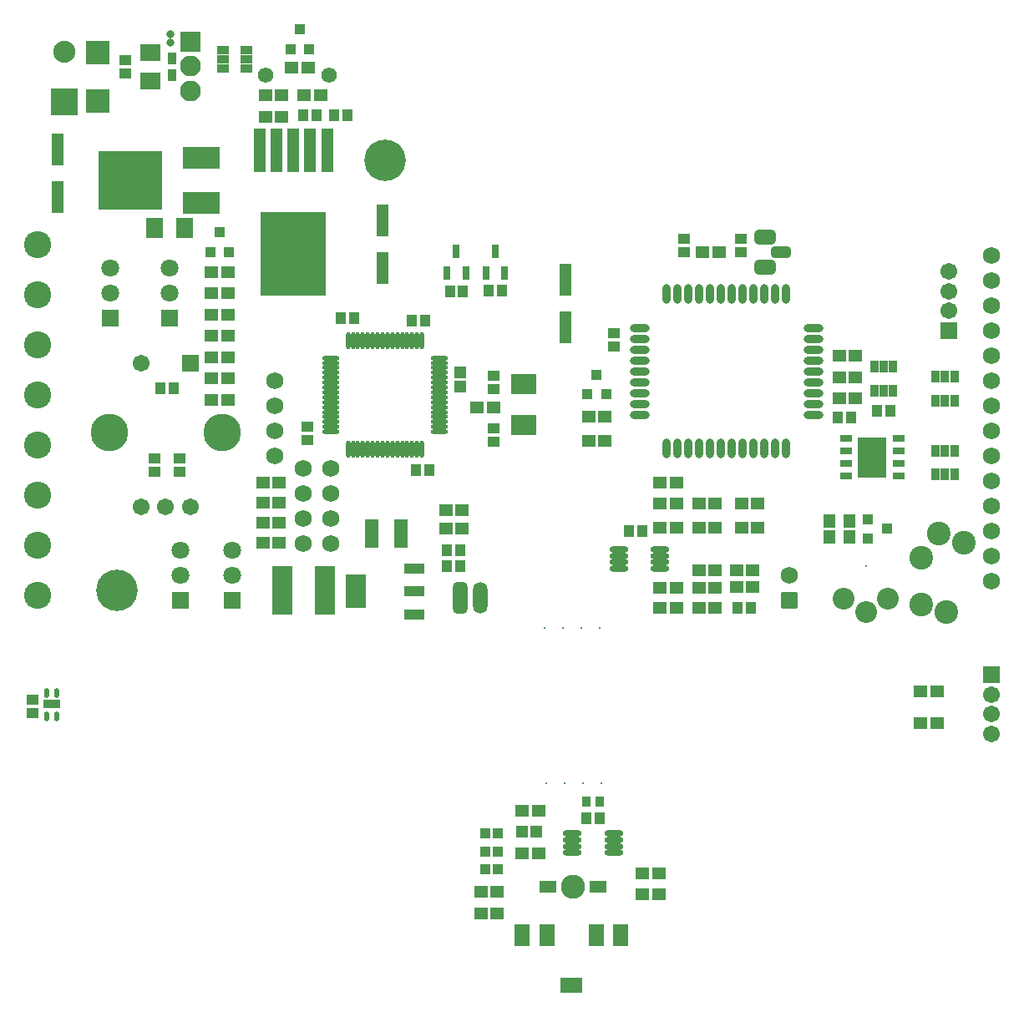
<source format=gts>
G04 Layer_Color=20142*
%FSLAX25Y25*%
%MOIN*%
G70*
G01*
G75*
%ADD79C,0.09646*%
%ADD99O,0.07887X0.03162*%
%ADD100O,0.03162X0.07887*%
%ADD101R,0.25210X0.23635*%
%ADD102R,0.14973X0.08674*%
%ADD103R,0.04540X0.04147*%
%ADD104R,0.04934X0.04540*%
%ADD105R,0.04147X0.04540*%
%ADD106R,0.04934X0.04737*%
%ADD107R,0.09698X0.09304*%
%ADD108R,0.03359X0.05131*%
%ADD109R,0.06706X0.04737*%
%ADD110R,0.05131X0.03359*%
%ADD111R,0.08280X0.19698*%
%ADD112R,0.08280X0.04343*%
%ADD113R,0.08280X0.13398*%
%ADD114R,0.03950X0.04343*%
%ADD115R,0.04343X0.03950*%
%ADD116R,0.08280X0.06902*%
%ADD117R,0.05328X0.04934*%
%ADD118R,0.05524X0.11430*%
%ADD119R,0.03556X0.04343*%
G04:AMPARAMS|DCode=120|XSize=47.37mil|YSize=78.87mil|CornerRadius=13.84mil|HoleSize=0mil|Usage=FLASHONLY|Rotation=90.000|XOffset=0mil|YOffset=0mil|HoleType=Round|Shape=RoundedRectangle|*
%AMROUNDEDRECTD120*
21,1,0.04737,0.05118,0,0,90.0*
21,1,0.01969,0.07887,0,0,90.0*
1,1,0.02769,0.02559,0.00984*
1,1,0.02769,0.02559,-0.00984*
1,1,0.02769,-0.02559,-0.00984*
1,1,0.02769,-0.02559,0.00984*
%
%ADD120ROUNDEDRECTD120*%
G04:AMPARAMS|DCode=121|XSize=59.18mil|YSize=86.74mil|CornerRadius=16.8mil|HoleSize=0mil|Usage=FLASHONLY|Rotation=90.000|XOffset=0mil|YOffset=0mil|HoleType=Round|Shape=RoundedRectangle|*
%AMROUNDEDRECTD121*
21,1,0.05918,0.05315,0,0,90.0*
21,1,0.02559,0.08674,0,0,90.0*
1,1,0.03359,0.02658,0.01280*
1,1,0.03359,0.02658,-0.01280*
1,1,0.03359,-0.02658,-0.01280*
1,1,0.03359,-0.02658,0.01280*
%
%ADD121ROUNDEDRECTD121*%
%ADD122R,0.06706X0.08280*%
%ADD123R,0.04580X0.02769*%
%ADD124R,0.11706X0.16154*%
%ADD125O,0.07493X0.02572*%
%ADD126R,0.10249X0.08280*%
%ADD127R,0.03556X0.04540*%
%ADD128R,0.04934X0.05328*%
%ADD129R,0.03162X0.05524*%
%ADD130R,0.04800X0.12500*%
%ADD131R,0.25997X0.33477*%
%ADD132R,0.04737X0.17335*%
%ADD133O,0.06902X0.01784*%
%ADD134O,0.01784X0.06902*%
%ADD135R,0.07099X0.03556*%
%ADD136O,0.02178X0.03950*%
%ADD137R,0.04147X0.04343*%
%ADD138C,0.00800*%
%ADD139C,0.16548*%
%ADD140C,0.07099*%
%ADD141R,0.07099X0.07099*%
%ADD142R,0.06706X0.06706*%
%ADD143C,0.06706*%
%ADD144C,0.10800*%
%ADD145C,0.06800*%
G04:AMPARAMS|DCode=146|XSize=126.11mil|YSize=58mil|CornerRadius=16.5mil|HoleSize=0mil|Usage=FLASHONLY|Rotation=270.000|XOffset=0mil|YOffset=0mil|HoleType=Round|Shape=RoundedRectangle|*
%AMROUNDEDRECTD146*
21,1,0.12611,0.02500,0,0,270.0*
21,1,0.09311,0.05800,0,0,270.0*
1,1,0.03300,-0.01250,-0.04656*
1,1,0.03300,-0.01250,0.04656*
1,1,0.03300,0.01250,0.04656*
1,1,0.03300,0.01250,-0.04656*
%
%ADD146ROUNDEDRECTD146*%
%ADD147O,0.05800X0.12611*%
%ADD148C,0.09461*%
%ADD149C,0.08674*%
G04:AMPARAMS|DCode=150|XSize=68mil|YSize=68mil|CornerRadius=10mil|HoleSize=0mil|Usage=FLASHONLY|Rotation=90.000|XOffset=0mil|YOffset=0mil|HoleType=Round|Shape=RoundedRectangle|*
%AMROUNDEDRECTD150*
21,1,0.06800,0.04800,0,0,90.0*
21,1,0.04800,0.06800,0,0,90.0*
1,1,0.02000,0.02400,0.02400*
1,1,0.02000,0.02400,-0.02400*
1,1,0.02000,-0.02400,-0.02400*
1,1,0.02000,-0.02400,0.02400*
%
%ADD150ROUNDEDRECTD150*%
%ADD151R,0.06312X0.09068*%
%ADD152R,0.09068X0.06312*%
%ADD153R,0.10642X0.10642*%
%ADD154C,0.08800*%
%ADD155C,0.06200*%
%ADD156R,0.08300X0.08300*%
%ADD157C,0.08300*%
%ADD158C,0.14973*%
%ADD159R,0.06706X0.06706*%
%ADD160C,0.03162*%
D79*
X1933000Y804500D02*
D03*
D99*
X1959673Y997413D02*
D03*
Y1001744D02*
D03*
Y1006075D02*
D03*
Y1010406D02*
D03*
Y1014736D02*
D03*
Y1019067D02*
D03*
Y1023398D02*
D03*
Y1027728D02*
D03*
X2028965D02*
D03*
Y1023398D02*
D03*
Y1019067D02*
D03*
Y1014736D02*
D03*
Y1010406D02*
D03*
Y1006075D02*
D03*
Y1001744D02*
D03*
Y997413D02*
D03*
Y993083D02*
D03*
X1959673D02*
D03*
D100*
X1970500Y1041311D02*
D03*
X1974831D02*
D03*
X1979161D02*
D03*
X1983492D02*
D03*
X1987823D02*
D03*
X1992154D02*
D03*
X1996484D02*
D03*
X2000815D02*
D03*
X2005146D02*
D03*
X2009476D02*
D03*
X2013807D02*
D03*
X2018138D02*
D03*
Y979500D02*
D03*
X2013807D02*
D03*
X2009476D02*
D03*
X2005146D02*
D03*
X2000815D02*
D03*
X1996484D02*
D03*
X1992154D02*
D03*
X1987823D02*
D03*
X1983492D02*
D03*
X1979161D02*
D03*
X1974831D02*
D03*
X1970500D02*
D03*
D101*
X1756476Y1086500D02*
D03*
D102*
X1784823Y1095516D02*
D03*
Y1077484D02*
D03*
D103*
X1827000Y982843D02*
D03*
Y988157D02*
D03*
X1901500Y987658D02*
D03*
Y982343D02*
D03*
Y1003343D02*
D03*
Y1008657D02*
D03*
X1766000Y975657D02*
D03*
Y970343D02*
D03*
X1754500Y1134657D02*
D03*
Y1129342D02*
D03*
X1949500Y1020343D02*
D03*
Y1025657D02*
D03*
X1977500Y1063157D02*
D03*
Y1057843D02*
D03*
X2000000Y1063157D02*
D03*
Y1057843D02*
D03*
X1776000Y975657D02*
D03*
Y970343D02*
D03*
X1717500Y873843D02*
D03*
Y879158D02*
D03*
D104*
X1888000Y1009854D02*
D03*
Y1004146D02*
D03*
D105*
X1888157Y932500D02*
D03*
X1882842D02*
D03*
X1955342Y946500D02*
D03*
X1960658D02*
D03*
X2004157Y916000D02*
D03*
X1998842D02*
D03*
X1773657Y1003500D02*
D03*
X1768343D02*
D03*
X2054342Y994500D02*
D03*
X2059657D02*
D03*
X2044157Y992000D02*
D03*
X2038843D02*
D03*
X1938342Y832000D02*
D03*
X1943657D02*
D03*
X1825343Y1112500D02*
D03*
X1830658D02*
D03*
X1843158D02*
D03*
X1837843D02*
D03*
X1840343Y1031500D02*
D03*
X1845658D02*
D03*
X1868843Y1030500D02*
D03*
X1874158D02*
D03*
X1883874Y1042307D02*
D03*
X1889189D02*
D03*
X1899343Y1042500D02*
D03*
X1904658D02*
D03*
X1888157Y939000D02*
D03*
X1882842D02*
D03*
X1875657Y971000D02*
D03*
X1870342D02*
D03*
D106*
X1918453Y826500D02*
D03*
X1912547D02*
D03*
D107*
X1743500Y1137646D02*
D03*
Y1118354D02*
D03*
D108*
X2053260Y1012224D02*
D03*
X2057000D02*
D03*
X2060740D02*
D03*
Y1002776D02*
D03*
X2057000D02*
D03*
X2053260D02*
D03*
X2077760Y1008224D02*
D03*
X2081500D02*
D03*
X2085240D02*
D03*
Y998776D02*
D03*
X2081500D02*
D03*
X2077760D02*
D03*
Y978724D02*
D03*
X2081500D02*
D03*
X2085240D02*
D03*
Y969276D02*
D03*
X2081500D02*
D03*
X2077760D02*
D03*
D109*
X1923059Y804500D02*
D03*
X1942941D02*
D03*
D110*
X1793276Y1131260D02*
D03*
Y1135000D02*
D03*
Y1138740D02*
D03*
X1802724D02*
D03*
Y1135000D02*
D03*
Y1131260D02*
D03*
D111*
X1833866Y922874D02*
D03*
X1817134D02*
D03*
D112*
X1869614Y913445D02*
D03*
Y922500D02*
D03*
Y931555D02*
D03*
D113*
X1846386Y922500D02*
D03*
D114*
X1824000Y1146937D02*
D03*
X1827740Y1139063D02*
D03*
X1820260D02*
D03*
X1942500Y1009126D02*
D03*
X1946240Y1001252D02*
D03*
X1938760D02*
D03*
X1792000Y1065937D02*
D03*
X1795740Y1058063D02*
D03*
X1788260D02*
D03*
D115*
X2058437Y947500D02*
D03*
X2050563Y943760D02*
D03*
Y951240D02*
D03*
D116*
X1764500Y1126193D02*
D03*
Y1137807D02*
D03*
D117*
X1882252Y955000D02*
D03*
X1888748D02*
D03*
X1894752Y996000D02*
D03*
X1901248D02*
D03*
X1795248Y1024500D02*
D03*
X1788752D02*
D03*
X1795248Y1007500D02*
D03*
X1788752D02*
D03*
X2000252Y957500D02*
D03*
X2006748D02*
D03*
X1815748Y950000D02*
D03*
X1809252D02*
D03*
X1795248Y1016000D02*
D03*
X1788752D02*
D03*
X1795248Y999000D02*
D03*
X1788752D02*
D03*
X1815748Y958000D02*
D03*
X1809252D02*
D03*
X1815748Y966000D02*
D03*
X1809252D02*
D03*
X1967752Y916000D02*
D03*
X1974248D02*
D03*
Y924000D02*
D03*
X1967752D02*
D03*
X1998252Y931126D02*
D03*
X2004748D02*
D03*
X1989748D02*
D03*
X1983252D02*
D03*
X1989748Y948000D02*
D03*
X1983252D02*
D03*
X2000252D02*
D03*
X2006748D02*
D03*
X1902748Y794000D02*
D03*
X1896252D02*
D03*
X1902748Y802500D02*
D03*
X1896252D02*
D03*
X1967248Y810000D02*
D03*
X1960752D02*
D03*
Y801500D02*
D03*
X1967248D02*
D03*
X1825752Y1120500D02*
D03*
X1832248D02*
D03*
X1827248Y1131500D02*
D03*
X1820752D02*
D03*
X1989748Y957500D02*
D03*
X1983252D02*
D03*
X1974248Y966000D02*
D03*
X1967752D02*
D03*
X1974248Y957500D02*
D03*
X1967752D02*
D03*
X1974248Y948000D02*
D03*
X1967752D02*
D03*
X1945748Y982689D02*
D03*
X1939252D02*
D03*
X1945748Y992189D02*
D03*
X1939252D02*
D03*
X1991248Y1058000D02*
D03*
X1984752D02*
D03*
X2039252Y1016500D02*
D03*
X2045748D02*
D03*
X1788752Y1050000D02*
D03*
X1795248D02*
D03*
X1788752Y1041500D02*
D03*
X1795248D02*
D03*
X1788752Y1033000D02*
D03*
X1795248D02*
D03*
X2039252Y999500D02*
D03*
X2045748D02*
D03*
X2039252Y1008000D02*
D03*
X2045748D02*
D03*
X1816748Y1112000D02*
D03*
X1810252D02*
D03*
X1816748Y1120500D02*
D03*
X1810252D02*
D03*
X1809252Y942000D02*
D03*
X1815748D02*
D03*
X1888748Y947500D02*
D03*
X1882252D02*
D03*
X2078248Y882500D02*
D03*
X2071752D02*
D03*
X2078248Y870000D02*
D03*
X2071752D02*
D03*
X1919248Y818000D02*
D03*
X1912752D02*
D03*
X1919248Y835000D02*
D03*
X1912752D02*
D03*
X1983252Y924000D02*
D03*
X1989748D02*
D03*
X2004748Y924167D02*
D03*
X1998252D02*
D03*
X1983252Y916000D02*
D03*
X1989748D02*
D03*
D118*
X1864209Y945500D02*
D03*
X1852791D02*
D03*
D119*
X1938244Y838500D02*
D03*
X1943756D02*
D03*
D120*
X2015909Y1057918D02*
D03*
D121*
X2009806Y1063823D02*
D03*
Y1052012D02*
D03*
D122*
X1777905Y1067500D02*
D03*
X1766095D02*
D03*
D123*
X2041969Y983500D02*
D03*
Y978500D02*
D03*
Y973500D02*
D03*
Y968500D02*
D03*
X2063032Y983500D02*
D03*
Y978500D02*
D03*
Y973500D02*
D03*
Y968500D02*
D03*
D124*
X2052500Y976000D02*
D03*
D125*
X1967768Y931661D02*
D03*
Y934221D02*
D03*
Y936779D02*
D03*
Y939339D02*
D03*
X1951232Y931661D02*
D03*
Y934221D02*
D03*
Y936779D02*
D03*
Y939339D02*
D03*
X1949268Y818161D02*
D03*
Y820720D02*
D03*
Y823279D02*
D03*
Y825839D02*
D03*
X1932732Y818161D02*
D03*
Y820720D02*
D03*
Y823279D02*
D03*
Y825839D02*
D03*
D126*
X1913500Y989055D02*
D03*
Y1005197D02*
D03*
D127*
X1773146Y1135248D02*
D03*
Y1128752D02*
D03*
D128*
X2035500Y944252D02*
D03*
Y950748D02*
D03*
X2043500D02*
D03*
Y944252D02*
D03*
D129*
X1902032Y1058331D02*
D03*
X1905772Y1049669D02*
D03*
X1898291D02*
D03*
X1886531Y1058331D02*
D03*
X1890272Y1049669D02*
D03*
X1882791D02*
D03*
D130*
X1727500Y1080026D02*
D03*
Y1098974D02*
D03*
X1857000Y1051526D02*
D03*
Y1070474D02*
D03*
X1930000Y1028026D02*
D03*
Y1046974D02*
D03*
D131*
X1821500Y1057268D02*
D03*
D132*
X1808114Y1098803D02*
D03*
X1814807D02*
D03*
X1821500D02*
D03*
X1828193D02*
D03*
X1834886D02*
D03*
D133*
X1879752Y986236D02*
D03*
Y988205D02*
D03*
Y990173D02*
D03*
Y992142D02*
D03*
Y994110D02*
D03*
Y996079D02*
D03*
Y998047D02*
D03*
Y1000016D02*
D03*
Y1001984D02*
D03*
Y1003953D02*
D03*
Y1005921D02*
D03*
Y1007890D02*
D03*
Y1009858D02*
D03*
Y1011827D02*
D03*
Y1013795D02*
D03*
Y1015764D02*
D03*
X1836248D02*
D03*
Y1013795D02*
D03*
Y1011827D02*
D03*
Y1009858D02*
D03*
Y1007890D02*
D03*
Y1005921D02*
D03*
Y1003953D02*
D03*
Y1001984D02*
D03*
Y1000016D02*
D03*
Y998047D02*
D03*
Y996079D02*
D03*
Y994110D02*
D03*
Y992142D02*
D03*
Y990173D02*
D03*
Y988205D02*
D03*
Y986236D02*
D03*
D134*
X1872764Y1022752D02*
D03*
X1870795D02*
D03*
X1868827D02*
D03*
X1866858D02*
D03*
X1864890D02*
D03*
X1862921D02*
D03*
X1860953D02*
D03*
X1858984D02*
D03*
X1857016D02*
D03*
X1855047D02*
D03*
X1853079D02*
D03*
X1851110D02*
D03*
X1849142D02*
D03*
X1847173D02*
D03*
X1845205D02*
D03*
X1843236D02*
D03*
Y979248D02*
D03*
X1845205D02*
D03*
X1847173D02*
D03*
X1849142D02*
D03*
X1851110D02*
D03*
X1853079D02*
D03*
X1855047D02*
D03*
X1857016D02*
D03*
X1858984D02*
D03*
X1860953D02*
D03*
X1862921D02*
D03*
X1864890D02*
D03*
X1866858D02*
D03*
X1868827D02*
D03*
X1870795D02*
D03*
X1872764D02*
D03*
D135*
X1725000Y877500D02*
D03*
D136*
X1723031Y881831D02*
D03*
X1726969D02*
D03*
Y872776D02*
D03*
X1723031D02*
D03*
D137*
X1903005Y811500D02*
D03*
X1897887D02*
D03*
X1897941Y818500D02*
D03*
X1903059D02*
D03*
X1903005Y826000D02*
D03*
X1897887D02*
D03*
D138*
X1928898Y907978D02*
D03*
X1936253D02*
D03*
X1921542D02*
D03*
X1943609D02*
D03*
X1936944Y846102D02*
D03*
X1929588D02*
D03*
X1944299D02*
D03*
X1922232D02*
D03*
X2050000Y932752D02*
D03*
D139*
X1858000Y1094500D02*
D03*
X1751000Y923000D02*
D03*
D140*
X1776500Y929000D02*
D03*
Y939000D02*
D03*
X1748500Y1051500D02*
D03*
Y1041500D02*
D03*
X1772000Y1051500D02*
D03*
Y1041500D02*
D03*
X1797000Y939000D02*
D03*
Y929000D02*
D03*
D141*
X1776500Y919000D02*
D03*
X1748500Y1031500D02*
D03*
X1772000D02*
D03*
X1797000Y919000D02*
D03*
D142*
X2083000Y1026689D02*
D03*
X2100000Y889311D02*
D03*
D143*
X2083000Y1034563D02*
D03*
Y1042437D02*
D03*
Y1050311D02*
D03*
X1760658Y1013559D02*
D03*
X1780342Y956472D02*
D03*
X1770500D02*
D03*
X1760658D02*
D03*
X2100000Y865689D02*
D03*
Y873563D02*
D03*
Y881437D02*
D03*
D144*
X1719500Y921000D02*
D03*
Y941000D02*
D03*
Y961000D02*
D03*
Y981000D02*
D03*
Y1001000D02*
D03*
Y1021000D02*
D03*
Y1061000D02*
D03*
Y1041000D02*
D03*
D145*
X1825500Y971500D02*
D03*
Y941500D02*
D03*
Y961500D02*
D03*
Y951500D02*
D03*
X2019500Y929000D02*
D03*
X1836500Y971500D02*
D03*
Y941500D02*
D03*
Y961500D02*
D03*
Y951500D02*
D03*
X2100000Y926791D02*
D03*
Y936791D02*
D03*
Y946791D02*
D03*
Y956791D02*
D03*
Y966791D02*
D03*
Y1056791D02*
D03*
Y1046791D02*
D03*
Y1036791D02*
D03*
Y1026791D02*
D03*
Y1016791D02*
D03*
Y1006791D02*
D03*
Y996791D02*
D03*
Y986791D02*
D03*
Y976791D02*
D03*
X1814102Y1006567D02*
D03*
Y976567D02*
D03*
Y996567D02*
D03*
Y986567D02*
D03*
D146*
X1888063Y920000D02*
D03*
D147*
X1895937D02*
D03*
D148*
X2078925Y945476D02*
D03*
X2088866Y942130D02*
D03*
X2072134Y917327D02*
D03*
X2082075Y914374D02*
D03*
X2072134Y935831D02*
D03*
D149*
X2050000Y914248D02*
D03*
X2041142Y919760D02*
D03*
X2058858D02*
D03*
D150*
X2019500Y919000D02*
D03*
D151*
X1922658Y785153D02*
D03*
X1942343D02*
D03*
X1912815D02*
D03*
X1952185D02*
D03*
D152*
X1932500Y765469D02*
D03*
D153*
X1730000Y1118000D02*
D03*
D154*
Y1138000D02*
D03*
D155*
X1835795Y1128500D02*
D03*
X1810200D02*
D03*
D156*
X1780500Y1142000D02*
D03*
D157*
Y1122315D02*
D03*
Y1132158D02*
D03*
D158*
X1792941Y986000D02*
D03*
X1748059D02*
D03*
D159*
X1780342Y1013559D02*
D03*
D160*
X1772500Y1145000D02*
D03*
X1772293Y1141500D02*
D03*
M02*

</source>
